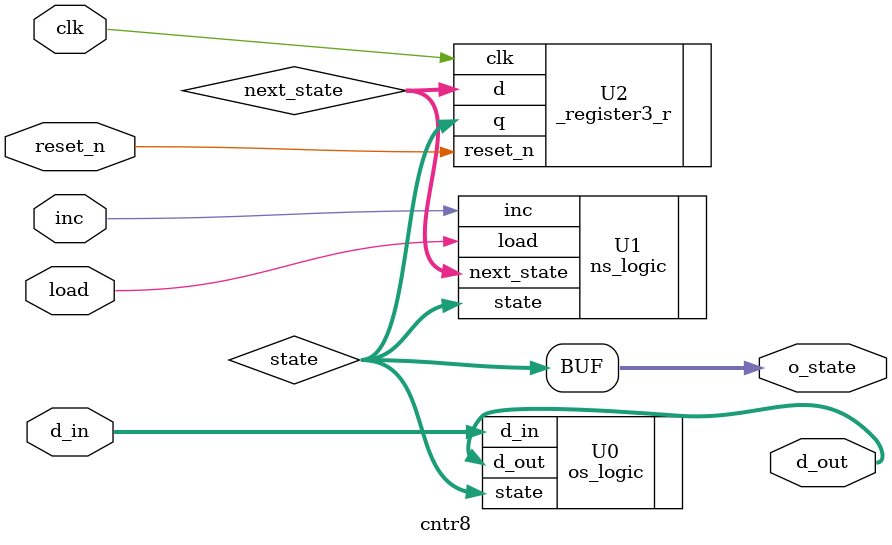
<source format=v>
module cntr8(clk, reset_n, inc, load, d_in, d_out, o_state);
	
	input				clk, reset_n, inc, load; 	// input ports
	input  [7:0]	d_in;								// 8bits input port
	output [7:0]	d_out;							// 8bits output port
	output [2:0]	o_state;						   // 3bits output port

	wire	 [2:0]	next_state, state;			// 3bits wires
	
	assign o_state = state;
	
	os_logic U0 (.state(state), .d_in(d_in), .d_out(d_out));								// Instance output state logic
	ns_logic U1 (.load(load), .inc(inc), .state(state), .next_state(next_state));	// Instance next state logic
	
	_register3_r U2(.clk(clk), .d(next_state), .q(state), .reset_n(reset_n));		// Instance 3bits register with reset
	
endmodule

</source>
